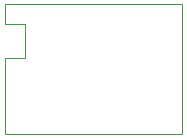
<source format=gbr>
%TF.GenerationSoftware,KiCad,Pcbnew,(6.0.1-0)*%
%TF.CreationDate,2022-07-02T14:58:07-04:00*%
%TF.ProjectId,Saturn 8pin mini DIN mod,53617475-726e-4203-9870-696e206d696e,rev?*%
%TF.SameCoordinates,Original*%
%TF.FileFunction,Profile,NP*%
%FSLAX46Y46*%
G04 Gerber Fmt 4.6, Leading zero omitted, Abs format (unit mm)*
G04 Created by KiCad (PCBNEW (6.0.1-0)) date 2022-07-02 14:58:07*
%MOMM*%
%LPD*%
G01*
G04 APERTURE LIST*
%TA.AperFunction,Profile*%
%ADD10C,0.100000*%
%TD*%
G04 APERTURE END LIST*
D10*
X140500000Y-106750000D02*
X142160000Y-106750000D01*
X142160000Y-106750000D02*
X142160000Y-103880000D01*
X140500000Y-102170000D02*
X155500000Y-102170000D01*
X142160000Y-103880000D02*
X140500000Y-103880000D01*
X155500000Y-102170000D02*
X155500000Y-113180000D01*
X155500000Y-113180000D02*
X140500000Y-113180000D01*
X140500000Y-103880000D02*
X140500000Y-102170000D01*
X140500000Y-113180000D02*
X140500000Y-106750000D01*
M02*

</source>
